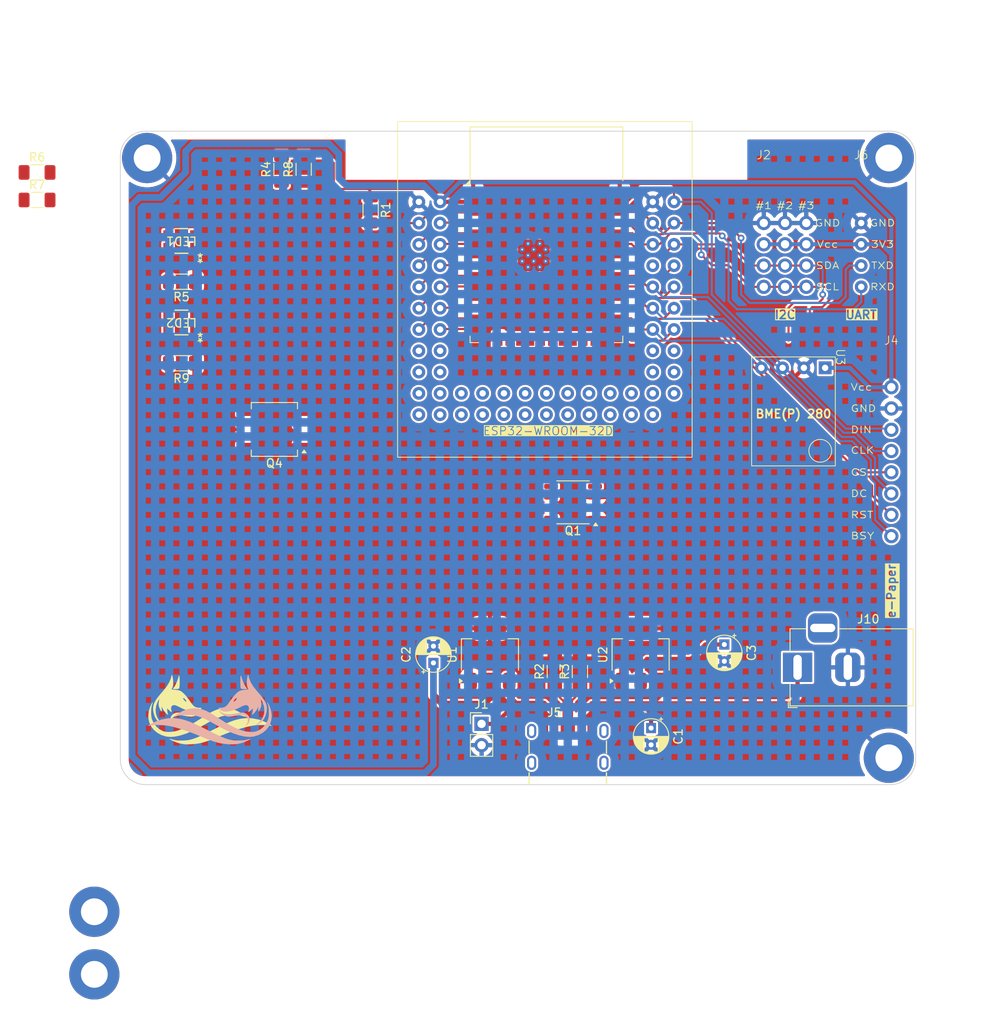
<source format=kicad_pcb>
(kicad_pcb (version 20240108) (generator "pcbnew") (generator_version "8.0")
  (title_block (title "ESP32-WROOM-32D Automation Board") (date "2024-01-15") (rev "v1.10") (company "CEGEP Heritage College") (comment 1 "Alexander Bobkov"))
  (layers (0 "F.Cu" signal) (31 "B.Cu" signal) (34 "B.Paste" user) (35 "F.Paste" user) (36 "B.SilkS" user "B.Silkscreen") (37 "F.SilkS" user "F.Silkscreen") (38 "B.Mask" user) (39 "F.Mask" user) (44 "Edge.Cuts" user))
  (net 0 "")
  (net 1 "/SCL")
  (net 2 "/SDA")
  (net 3 "/BUSY")
  (net 4 "/CLK")
  (net 5 "/DC")
  (net 6 "/CS")
  (net 7 "/DIN")
  (net 8 "/RST")
  (net 9 "unconnected-(J8-IO26-Pad11)")
  (net 10 "unconnected-(J8-IO25-Pad10)")
  (net 11 "/UART-TX")
  (net 12 "unconnected-(J8-IO27-Pad12)")
  (net 13 "unconnected-(J8-IO0-Pad25)")
  (net 14 "+3V3")
  (net 15 "GND")
  (net 16 "+5V")
  (net 17 "unconnected-(J8-IO14-Pad13)")
  (net 18 "unconnected-(J8-IO32-Pad8)")
  (net 19 "unconnected-(J8-IO12-Pad14)")
  (net 20 "unconnected-(J8-IO19-Pad31)")
  (net 21 "Net-(J8-EN)")
  (net 22 "unconnected-(J8-IO33-Pad9)")
  (net 23 "Net-(J7-SENSOR_VP)")
  (net 24 "Net-(J7-SENSOR_VN)")
  (net 25 "/UART-RX")
  (net 26 "OUTPUT_1")
  (net 35 "Net-(J5-CC2)")
  (net 36 "Net-(J5-CC1)")
  (net 37 "VBUS")
  (net 38 "Net-(Q2-D)")
  (net 39 "Net-(Q3-G)")
  (net 40 "V+")
  (net 41 "SOURCE_1")
  (net 42 "Net-(LED1-RED)")
  (net 44 "Net-(LED2-RED)")
  (net 45 "OUTPUT_2")
  (net 46 "SOURCE_2")
  (net 47 "Net-(LED2-GND-Pad4)")
  (net 48 "Net-(LED1-GND-Pad4)")
  (footprint "Resistor_SMD:R_1206_3216Metric_Pad1.30x1.75mm_HandSolder" (layer "F.Cu") (at 48.9 77.7 180)
    (property "Reference" "R9")
    (property "Value" "3k3")
  )
  (footprint "Alexander Footprint Library:B1552_HVK-M" (layer "F.Cu") (at 48.9 63.1 180)
    (property "Reference" "LED1")
    (property "Value" "LED-RED-GREEN-B1552USUG20D")
  )
  (footprint "Alexander Footprint Library:B1552_HVK-M" (layer "F.Cu") (at 48.9 72.833332 180)
    (property "Reference" "LED2")
    (property "Value" "LED-RED-GREEN-B1552USUG20D")
  )
  (footprint "PCM_SL_Mechanical:MountingHole_3.2mm_Pad" (layer "F.Cu") (at 38.492874 143.177874)
    (property "Reference" "H1" (hide yes))
    (property "Value" "MountingHole_M3_3.2mm_Pad")
  )
  (footprint "Resistor_SMD:R_1206_3216Metric_Pad1.30x1.75mm_HandSolder" (layer "F.Cu") (at 93.5 114.5 90)
    (property "Reference" "R2")
    (property "Value" "5k1")
  )
  (footprint "Alexander Footprint Library:MOSFET-NP-SSF6670-SOP-8_3.9x4.9mm" (layer "F.Cu") (at 95.675 94.305 180)
    (property "Reference" "Q1")
    (property "Value" "MOSFET-N-2CH-SSF6670")
  )
  (footprint "Resistor_SMD:R_1206_3216Metric_Pad1.30x1.75mm_HandSolder" (layer "F.Cu") (at 63.5 54.55 90)
    (property "Reference" "R8")
    (property "Value" "3k3")
  )
  (footprint "Capacitor_THT:CP_Radial_D4.0mm_P2.00mm" (layer "F.Cu") (at 113.75 111.277401 -90)
    (property "Reference" "C3")
    (property "Value" "1uF")
  )
  (footprint "Connector_BarrelJack:BarrelJack_Horizontal" (layer "F.Cu") (at 122.5 114 180)
    (property "Reference" "J10")
    (property "Value" "Barrel_Jack")
  )
  (footprint "PCM_SL_Mechanical:MountingHole_3.2mm_Pad" (layer "F.Cu") (at 38.492874 150.653622)
    (property "Reference" "H2" (hide yes))
    (property "Value" "MountingHole_M3_3.2mm_Pad")
  )
  (footprint "PCM_SL_Mechanical:MountingHole_3.2mm_Pad" (layer "F.Cu") (at 133.4 53.2)
    (property "Reference" "H5" (hide yes))
    (property "Value" "MountingHole_M3_3.2mm_Pad")
  )
  (footprint "Resistor_SMD:R_1206_3216Metric_Pad1.30x1.75mm_HandSolder" (layer "F.Cu") (at 96.5 114.5 90)
    (property "Reference" "R3")
    (property "Value" "5k1")
  )
  (footprint "Alexander Footprint Library:Conn_ePaper" (layer "F.Cu") (at 133.7 75.48)
    (property "Reference" "J4")
    (property "Value" "e-Paper")
  )
  (footprint "Resistor_SMD:R_1206_3216Metric_Pad1.30x1.75mm_HandSolder" (layer "F.Cu") (at 31.65 58.21)
    (property "Reference" "R7")
    (property "Value" "3k3")
  )
  (footprint "Alexander Footprint Library:Conn_UART" (layer "F.Cu") (at 130.1 53.34)
    (property "Reference" "J6")
    (property "Value" "UART")
  )
  (footprint "Alexander Footprint Library:Conn_I2C_3" (layer "F.Cu") (at 118.46 53.34)
    (property "Reference" "J2")
    (property "Value" "I2C")
  )
  (footprint "Capacitor_THT:CP_Radial_D4.0mm_P2.00mm" (layer "F.Cu") (at 79 113.4726 90)
    (property "Reference" "C2")
    (property "Value" "1uF")
  )
  (footprint "Resistor_SMD:R_1206_3216Metric_Pad1.30x1.75mm_HandSolder" (layer "F.Cu") (at 31.65 54.92)
    (property "Reference" "R6")
    (property "Value" "3k3")
  )
  (footprint "Resistor_SMD:R_1206_3216Metric_Pad1.30x1.75mm_HandSolder" (layer "F.Cu") (at 60.85 54.55 90)
    (property "Reference" "R4")
    (property "Value" "3k3")
  )
  (footprint "Capacitor_THT:CP_Radial_D4.0mm_P2.00mm" (layer "F.Cu") (at 105 121.25 -90)
    (property "Reference" "C1")
    (property "Value" "1uF")
  )
  (footprint "PCM_SL_Mechanical:MountingHole_3.2mm_Pad" (layer "F.Cu") (at 44.8 53.2)
    (property "Reference" "H5" (hide yes))
    (property "Value" "MountingHole_M3_3.2mm_Pad")
  )
  (footprint "Resistor_SMD:R_1206_3216Metric_Pad1.30x1.75mm_HandSolder" (layer "F.Cu") (at 71.5 59.4 -90)
    (property "Reference" "R1")
    (property "Value" "10K")
  )
  (footprint "Package_TO_SOT_SMD:SOT-223-3_TabPin2" (layer "F.Cu") (at 103.75 112.5 90)
    (property "Reference" "U2")
    (property "Value" "AMS1117-5.0")
  )
  (footprint "Alexander Footprint Library:ESP32-WROOM-Adapter-Socket-Universal" (layer "F.Cu") (at 92.5 66.0525)
    (property "Reference" "J8" (hide yes))
    (property "Value" "~")
  )
  (footprint "Alexander Footprint Library:BME280_BMP280_I2C" (layer "F.Cu") (at 127.01 76.95 -90)
    (property "Reference" "U3")
    (property "Value" "~")
  )
  (footprint "Resistor_SMD:R_1206_3216Metric_Pad1.30x1.75mm_HandSolder" (layer "F.Cu") (at 48.9 67.966666 180)
    (property "Reference" "R5")
    (property "Value" "3k3")
  )
  (footprint "Connector_PinHeader_2.54mm:PinHeader_1x02_P2.54mm_Vertical" (layer "F.Cu") (at 84.75 120.75)
    (property "Reference" "J1")
    (property "Value" "PWR")
  )
  (footprint "Alexander Footprint Library:MOSFET-N-2CH-DMT3020-SO-8" (layer "F.Cu") (at 60 85.6 180)
    (property "Reference" "Q4")
    (property "Value" "MOSFET-N-2CH-DMT3020")
  )
  (footprint "LOGO" (layer "F.Cu") (at 52.371525 119)
    (property "Reference" "G***" (hide yes))
    (property "Value" "LOGO" (hide yes))
  )
  (footprint "PCM_SL_Mechanical:MountingHole_3.2mm_Pad" (layer "F.Cu") (at 133.4 124.8)
    (property "Reference" "H6" (hide yes))
    (property "Value" "MountingHole_M3_3.2mm_Pad")
  )
  (footprint "Alexander Footprint Library:USB-C MOLEX 2171750001" (layer "F.Cu") (at 95.05 128)
    (property "Reference" "J5")
    (property "Value" "USB-C")
  )
  (footprint "Package_TO_SOT_SMD:SOT-223-3_TabPin2" (layer "F.Cu") (at 85.75 112.5 90)
    (property "Reference" "U1")
    (property "Value" "AMS1117-3.3")
  )
  (footprint "LOGO" (layer "B.Cu") (at 52.25 119 180)
    (property "Reference" "G***" (hide yes))
    (property "Value" "LOGO" (hide yes))
  )
  (gr_line (start 136.6 53) (end 136.6 125) (stroke (width 0.1)) (layer "Edge.Cuts"))
  (gr_arc (start 133.6 50) (mid 135.72132 50.87868) (end 136.6 53) (stroke (width 0.1)) (layer "Edge.Cuts"))
  (gr_line (start 133.6 128) (end 44.6 128) (stroke (width 0.1)) (layer "Edge.Cuts"))
  (gr_arc (start 44.6 128) (mid 42.47868 127.12132) (end 41.6 125) (stroke (width 0.1)) (layer "Edge.Cuts"))
  (gr_arc (start 136.6 125) (mid 135.72132 127.12132) (end 133.6 128) (stroke (width 0.1)) (layer "Edge.Cuts"))
  (gr_arc (start 41.6 53) (mid 42.47868 50.87868) (end 44.6 50) (stroke (width 0.1)) (layer "Edge.Cuts"))
  (gr_line (start 41.6 125) (end 41.6 53) (stroke (width 0.1)) (layer "Edge.Cuts"))
  (gr_line (start 44.6 50) (end 133.6 50) (stroke (width 0.1)) (layer "Edge.Cuts"))
  (segment (start 126.5 69.25) (end 126.5 69.957106) (width 0.25) (layer "F.Cu") (net 1))
  (segment (start 114.25 66) (end 116.83 68.58) (width 0.25) (layer "F.Cu") (net 1))
  (segment (start 116.83 68.58) (end 118.46 68.58) (width 0.25) (layer "F.Cu") (net 1))
  (segment (start 112.25 66) (end 114.25 66) (width 0.25) (layer "F.Cu") (net 1))
  (segment (start 124.25 71) (end 123.96 71.29) (width 0.25) (layer "F.Cu") (net 1))
  (segment (start 123.96 71.29) (end 123.96 75) (width 0.25) (layer "F.Cu") (net 1))
  (segment (start 103.87 59.6425) (end 105.2 60.9725) (width 0.25) (layer "F.Cu") (net 1))
  (segment (start 101.25 59.6425) (end 103.87 59.6425) (width 0.25) (layer "F.Cu") (net 1))
  (segment (start 121 68.58) (end 123.54 68.58) (width 0.25) (layer "F.Cu") (net 1))
  (segment (start 125.457106 71) (end 124.25 71) (width 0.25) (layer "F.Cu") (net 1))
  (segment (start 125.83 68.58) (end 126.5 69.25) (width 0.25) (layer "F.Cu") (net 1))
  (segment (start 126.5 69.957106) (end 125.457106 71) (width 0.25) (layer "F.Cu") (net 1))
  (segment (start 123.54 68.58) (end 125.83 68.58) (width 0.25) (layer "F.Cu") (net 1))
  (segment (start 111 64.75) (end 112.25 66) (width 0.25) (layer "F.Cu") (net 1))
  (segment (start 118.46 68.58) (end 121 68.58) (width 0.25) (layer "F.Cu") (net 1))
  (via (at 111 64.75) (size 0.8) (drill 0.4) (layers "F.Cu" "B.Cu") (net 1))
  (segment (start 106.4775 62.25) (end 110 62.25) (width 0.25) (layer "B.Cu") (net 1))
  (segment (start 110 62.25) (end 111 63.25) (width 0.25) (layer "B.Cu") (net 1))
  (segment (start 105.2 60.9725) (end 106.4775 62.25) (width 0.25) (layer "B.Cu") (net 1))
  (segment (start 111 63.25) (end 111 64.75) (width 0.25) (layer "B.Cu") (net 1))
  (segment (start 102.6525 63.4525) (end 104 64.8) (width 0.25) (layer "F.Cu") (net 2))
  (segment (start 125.5 70) (end 125 70.5) (width 0.25) (layer "F.Cu") (net 2))
  (segment (start 118.46 66.04) (end 121 66.04) (width 0.25) (layer "F.Cu") (net 2))
  (segment (start 122 70.5) (end 121.42 71.08) (width 0.25) (layer "F.Cu") (net 2))
  (segment (start 125 70.5) (end 122 70.5) (width 0.25) (layer "F.Cu") (net 2))
  (segment (start 106.4525 64.8) (end 107.74 63.5125) (width 0.25) (layer "F.Cu") (net 2))
  (segment (start 116.915 66.04) (end 118.46 66.04) (width 0.25) (layer "F.Cu") (net 2))
  (segment (start 114.3875 63.5125) (end 116.915 66.04) (width 0.25) (layer "F.Cu") (net 2))
  (segment (start 101.25 63.4525) (end 102.6525 63.4525) (width 0.25) (layer "F.Cu") (net 2))
  (segment (start 104 64.8) (end 106.4525 64.8) (width 0.25) (layer "F.Cu") (net 2))
  (segment (start 107.74 63.5125) (end 114.3875 63.5125) (width 0.25) (layer "F.Cu") (net 2))
  (segment (start 123.54 66.04) (end 121 66.04) (width 0.25) (layer "F.Cu") (net 2))
  (segment (start 121.42 71.08) (end 121.42 75) (width 0.25) (layer "F.Cu") (net 2))
  (segment (start 125.5 69.5) (end 125.5 70) (width 0.25) (layer "F.Cu") (net 2))
  (via (at 125.5 69.5) (size 0.8) (drill 0.4) (layers "F.Cu" "B.Cu") (net 2))
  (segment (start 125.04 66.04) (end 123.54 66.04) (width 0.25) (layer "B.Cu") (net 2))
  (segment (start 125.5 69.5) (end 125.5 66.5) (width 0.25) (layer "B.Cu") (net 2))
  (segment (start 125.5 66.5) (end 125.04 66.04) (width 0.25) (layer "B.Cu") (net 2))
  (segment (start 101.25 72.3425) (end 102.6425 72.3425) (width 0.25) (layer "F.Cu") (net 3))
  (segment (start 103.9725 73.6725) (end 105.2 73.6725) (width 0.25) (layer "F.Cu") (net 3))
  (segment (start 102.6425 72.3425) (end 103.9725 73.6725) (width 0.25) (layer "F.Cu") (net 3))
  (segment (start 131.75 96.39) (end 131.75 92.017107) (width 0.25) (layer "B.Cu") (net 3))
  (segment (start 131.25 89.25) (end 129 87) (width 0.25) (layer "B.Cu") (net 3))
  (segment (start 106.5275 75) (end 105.2 73.6725) (width 0.25) (layer "B.Cu") (net 3))
  (segment (start 131.25 91.517107) (end 131.25 89.25) (width 0.25) (layer "B.Cu") (net 3))
  (segment (start 131.75 92.017107) (end 131.25 91.517107) (width 0.25) (layer "B.Cu") (net 3))
  (segment (start 127.585787 87) (end 115.585787 75) (width 0.25) (layer "B.Cu") (net 3))
  (segment (start 129 87) (end 127.585787 87) (width 0.25) (layer "B.Cu") (net 3))
  (segment (start 133.7 98.34) (end 131.75 96.39) (width 0.25) (layer "B.Cu") (net 3))
  (segment (start 115.585787 75) (end 106.5275 75) (width 0.25) (layer "B.Cu") (net 3))
  (segment (start 103.2625 67.2625) (end 104.5925 68.5925) (width 0.25) (layer "F.Cu") (net 4))
  (segment (start 101.25 67.2625) (end 103.2625 67.2625) (width 0.25) (layer "F.Cu") (net 4))
  (segment (start 104.5925 68.5925) (end 105.2 68.5925) (width 0.25) (layer "F.Cu") (net 4))
  (segment (start 131.637106 88.18) (end 129.457106 86) (width 0.25) (layer "B.Cu") (net 4))
  (segment (start 133.7 88.18) (end 131.637106 88.18) (width 0.25) (layer "B.Cu") (net 4))
  (segment (start 128 86) (end 111.8 69.8) (width 0.25) (layer "B.Cu") (net 4))
  (segment (start 106.4075 69.8) (end 105.2 68.5925) (width 0.25) (layer "B.Cu") (net 4))
  (segment (start 111.8 69.8) (end 106.4075 69.8) (width 0.25) (layer "B.Cu") (net 4))
  (segment (start 129.457106 86) (end 128 86) (width 0.25) (layer "B.Cu") (net 4))
  (segment (start 101.25 69.8025) (end 103.3025 69.8025) (width 0.25) (layer "F.Cu") (net 5))
  (segment (start 104.6325 71.1325) (end 105.2 71.1325) (width 0.25) (layer "F.Cu") (net 5))
  (segment (start 103.3025 69.8025) (end 104.6325 71.1325) (width 0.25) (layer "F.Cu") (net 5))
  (segment (start 131.75 91.31) (end 131.75 89) (width 0.25) (layer "B.Cu") (net 5))
  (segment (start 131.75 89) (end 129.25 86.5) (width 0.25) (layer "B.Cu") (net 5))
  (segment (start 106.4675 72.4) (end 105.2 71.1325) (width 0.25) (layer "B.Cu") (net 5))
  (segment (start 133.7 93.26) (end 131.75 91.31) (width 0.25) (layer "B.Cu") (net 5))
  (segment (start 129.25 86.5) (end 127.792893 86.5) (width 0.25) (layer "B.Cu") (net 5))
  (segment (start 127.792893 86.5) (end 113.692893 72.4) (width 0.25) (layer "B.Cu") (net 5))
  (segment (start 113.692893 72.4) (end 106.4675 72.4) (width 0.25) (layer "B.Cu") (net 5))
  (segment (start 109.7 69.9) (end 106.3 69.9) (width 0.25) (layer "F.Cu") (net 6))
  (segment (start 130.52 90.72) (end 109.7 69.9) (width 0.25) (layer "F.Cu") (net 6))
  (segment (start 103.2325 68.5325) (end 104.6 69.9) (width 0.25) (layer "F.Cu") (net 6))
  (segment (start 101.25 68.5325) (end 103.2325 68.5325) (width 0.25) (layer "F.Cu") (net 6))
  (segment (start 104.6 69.9) (end 106.4325 69.9) (width 0.25) (layer "F.Cu") (net 6))
  (segment (start 133.7 90.72) (end 130.52 90.72) (width 0.25) (layer "F.Cu") (net 6))
  (segment (start 106.4325 69.9) (end 107.74 68.5925) (width 0.25) (layer "F.Cu") (net 6))
  (segment (start 102.2275 58.3725) (end 103.8 56.8) (width 0.25) (layer "F.Cu") (net 7))
  (segment (start 107.74 57.24) (end 107.74 58.4325) (width 0.25) (layer "F.Cu") (net 7))
  (segment (start 107.3 56.8) (end 107.74 57.24) (width 0.25) (layer "F.Cu") (net 7))
  (segment (start 101.25 58.3725) (end 102.2275 58.3725) (width 0.25) (layer "F.Cu") (net 7))
  (segment (start 103.8 56.8) (end 107.3 56.8) (width 0.25) (layer "F.Cu") (net 7))
  (segment (start 110.9325 58.4325) (end 107.74 58.4325) (width 0.25) (layer "B.Cu") (net 7))
  (segment (start 112.25 59.75) (end 110.9325 58.4325) (width 0.25) (layer "B.Cu") (net 7))
  (segment (start 133.56 85.5) (end 128.25 85.5) (width 0.25) (layer "B.Cu") (net 7))
  (segment (start 128.25 85.5) (end 112.25 69.5) (width 0.25) (layer "B.Cu") (net 7))
  (segment (start 133.7 85.64) (end 133.56 85.5) (width 0.25) (layer "B.Cu") (net 7))
  (segment (start 112.25 69.5) (end 112.25 59.75) (width 0.25) (layer "B.Cu") (net 7))
  (segment (start 131.4 93.5) (end 131.4 92.307106) (width 0.25) (layer "F.Cu") (net 8))
  (segment (start 102.8725 71.0725) (end 104.2 72.4) (width 0.25) (layer "F.Cu") (net 8))
  (segment (start 133.7 95.8) (end 131.4 93.5) (width 0.25) (layer "F.Cu") (net 8))
  (segment (start 131.4 92.307106) (end 111.492894 72.4) (width 0.25) (layer "F.Cu") (net 8))
  (segment (start 111.492894 72.4) (end 106.4725 72.4) (width 0.25) (layer "F.Cu") (net 8))
  (segment (start 104.2 72.4) (end 106.4725 72.4) (width 0.25) (layer "F.Cu") (net 8))
  (segment (start 101.25 71.0725) (end 102.8725 71.0725) (width 0.25) (layer "F.Cu") (net 8))
  (segment (start 106.4725 72.4) (end 107.74 71.1325) (width 0.25) (layer "F.Cu") (net 8))
  (segment (start 78.59 69.8025) (end 77.26 71.1325) (width 0.25) (layer "F.Cu") (net 9))
  (segment (start 83.75 69.8025) (end 78.59 69.8025) (width 0.25) (layer "F.Cu") (net 9))
  (segment (start 83.75 68.5325) (end 79.86 68.5325) (width 0.25) (layer "F.Cu") (net 10))
  (segment (start 79.86 68.5325) (end 79.8 68.5925) (width 0.25) (layer "F.Cu") (net 10))
  (segment (start 102.25 60.9125) (end 103.6375 62.3) (width 0.25) (layer "F.Cu") (net 11))
  (segment (start 106.4125 62.3) (end 107.74 60.9725) (width 0.25) (layer "F.Cu") (net 11))
  (segment (start 103.6375 62.3) (end 106.4125 62.3) (width 0.25) (layer "F.Cu") (net 11))
  (segment (start 115.75 62.75) (end 113.9725 60.9725) (width 0.25) (layer "F.Cu") (net 11))
  (segment (start 101.25 60.9125) (end 102.25 60.9125) (width 0.25) (layer "F.Cu") (net 11))
  (segment (start 113.9725 60.9725) (end 107.74 60.9725) (width 0.25) (layer "F.Cu") (net 11))
  (via (at 115.75 62.75) (size 0.8) (drill 0.4) (layers "F.Cu" "B.Cu") (net 11))
  (segment (start 115.75 69.5) (end 116.75 70.5) (width 0.25) (layer "B.Cu") (net 11))
  (segment (start 127.5 70.5) (end 128.25 69.75) (width 0.25) (layer "B.Cu") (net 11))
  (segment (start 128.25 66.5) (end 128.71 66.04) (width 0.25) (layer "B.Cu") (net 11))
  (segment (start 116.75 70.5) (end 127.5 70.5) (width 0.25) (layer "B.Cu") (net 11))
  (segment (start 128.25 69.75) (end 128.25 66.5) (width 0.25) (layer "B.Cu") (net 11))
  (segment (start 128.71 66.04) (end 130.1 66.04) (width 0.25) (layer "B.Cu") (net 11))
  (segment (start 115.75 62.75) (end 115.75 69.5) (width 0.25) (layer "B.Cu") (net 11))
  (segment (start 79.86 71.0725) (end 79.8 71.1325) (width 0.25) (layer "F.Cu") (net 12))
  (segment (start 83.75 71.0725) (end 79.86 71.0725) (width 0.25) (layer "F.Cu") (net 12))
  (segment (start 106.4125 75) (end 107.74 73.6725) (width 0.25) (layer "F.Cu") (net 13))
  (segment (start 101.25 73.6125) (end 102.6375 75) (width 0.25) (layer "F.Cu") (net 13))
  (segment (start 102.6375 75) (end 106.4125 75) (width 0.25) (layer "F.Cu") (net 13))
  (segment (start 71.5 57.85) (end 71.5 57.2) (width 0.25) (layer "F.Cu") (net 14))
  (segment (start 83.69 58.4325) (end 83.75 58.3725) (width 0.5) (layer "F.Cu") (net 14))
  (segment (start 80.1 118.4) (end 79 117.3) (width 0.8) (layer "F.Cu") (net 14))
  (segment (start 67.1 56.1) (end 67.9 56.9) (width 0.25) (layer "F.Cu") (net 14))
  (segment (start 67.1 53.8) (end 67.1 56.1) (width 0.25) (layer "F.Cu") (net 14))
  (segment (start 67.9 56.9) (end 71.2 56.9) (width 0.25) (layer "F.Cu") (net 14))
  (segment (start 71.2 56.9) (end 78.2675 56.9) (width 0.25) (layer "F.Cu") (net 14))
  (segment (start 78.2675 56.9) (end 79.8 58.4325) (width 0.25) (layer "F.Cu") (net 14))
  (segment (start 85.75 117.65) (end 85 118.4) (width 0.8) (layer "F.Cu") (net 14))
  (segment (start 85.75 115.65) (end 85.75 117.65) (width 0.8) (layer "F.Cu") (net 14))
  (segment (start 71.5 57.2) (end 71.2 56.9) (width 0.25) (layer "F.Cu") (net 14))
  (segment (start 85 118.4) (end 80.1 118.4) (width 0.8) (layer "F.Cu") (net 14))
  (segment (start 79 117.3) (end 79 113.4726) (width 0.8) (layer "F.Cu") (net 14))
  (segment (start 63.5 53) (end 66.3 53) (width 0.25) (layer "F.Cu") (net 14))
  (segment (start 66.3 53) (end 67.1 53.8) (width 0.25) (layer "F.Cu") (net 14))
  (segment (start 60.85 53) (end 63.5 53) (width 0.25) (layer "F.Cu") (net 14))
  (segment (start 79.8 58.4325) (end 83.69 58.4325) (width 0.5) (layer "F.Cu") (net 14))
  (segment (start 45 126.6) (end 43 124.6) (width 0.8) (layer "B.Cu") (net 14))
  (segment (start 82.1325 56.1) (end 129.3 56.1) (width 0.5) (layer "B.Cu") (net 14))
  (segment (start 133.7 76) (end 133.7 64.4) (width 0.5) (layer "B.Cu") (net 14))
  (segment (start 133.7 64.7) (end 132.5 63.5) (width 0.5) (layer "B.Cu") (net 14))
  (segment (start 132.5 63.5) (end 130.1 63.5) (width 0.5) (layer "B.Cu") (net 14))
  (segment (start 129.3 56.1) (end 133.7 60.5) (width 0.5) (layer "B.Cu") (net 14))
  (segment (start 133.7 80.56) (end 133.7 76) (width 0.5) (layer "B.Cu") (net 14))
  (segment (start 133.7 80.56) (end 131.06 80.56) (width 0.5) (layer "B.Cu") (net 14))
  (segment (start 133.7 60.5) (end 133.7 64.4) (width 0.5) (layer "B.Cu") (net 14))
  (segment (start 79 113.4726) (end 79 125.6) (width 0.8) (layer "B.Cu") (net 14))
  (segment (start 77.8675 56.5) (end 79.8 58.4325) (width 0.8) (layer "B.Cu") (net 14))
  (segment (start 49.4 52.4) (end 50.3 51.5) (width 0.8) (layer "B.Cu") (net 14))
  (segment (start 43 124.6) (end 43 58.8) (width 0.8) (layer "B.Cu") (net 14))
  (segment (start 68.631814 56.5) (end 77.8675 56.5) (width 0.8) (layer "B.Cu") (net 14))
  (segment (start 43.9 57.9) (end 46.4 57.9) (width 0.8) (layer "B.Cu") (net 14))
  (segment (start 79 125.6) (end 78 126.6) (width 0.8) (layer "B.Cu") (net 14))
  (segment (start 78 126.6) (end 45 126.6) (width 0.8) (layer "B.Cu") (net 14))
  (segment (start 128.75 78.25) (end 125.79 78.25) (width 0.5) (layer "B.Cu") (net 14))
  (segment (start 121 63.5) (end 118.46 63.5) (width 0.5) (layer "B.Cu") (net 14))
  (segment (start 67.7 52.7) (end 67.7 55.568186) (width 0.8) (layer "B.Cu") (net 14))
  (segment (start 46.4 57.9) (end 49.4 54.9) (width 0.8) (layer "B.Cu") (net 14))
  (segment (start 79.8 58.4325) (end 82.1325 56.1) (width 0.5) (layer "B.Cu") (net 14))
  (segment (start 49.4 54.9) (end 49.4 52.4) (width 0.8) (layer "B.Cu") (net 14))
  (segment (start 50.3 51.5) (end 66.5 51.5) (width 0.8) (layer "B.Cu") (net 14))
  (segment (start 43 58.8) (end 43.9 57.9) (width 0.8) (layer "B.Cu") (net 14))
  (segment (start 67.7 55.568186) (end 68.631814 56.5) (width 0.8) (layer "B.Cu") (net 14))
  (segment (start 131.06 80.56) (end 128.75 78.25) (width 0.5) (layer "B.Cu") (net 14))
  (segment (start 123.54 63.5) (end 121 63.5) (width 0.5) (layer "B.Cu") (net 14))
  (segment (start 66.5 51.5) (end 67.7 52.7) (width 0.8) (layer "B.Cu") (net 14))
  (segment (start 130.1 63.5) (end 123.54 63.5) (width 0.5) (layer "B.Cu") (net 14))
  (segment (start 111.472599 111.277401) (end 113.75 111.277401) (width 0.5) (layer "F.Cu") (net 16))
  (segment (start 109.75 113) (end 111.472599 111.277401) (width 0.5) (layer "F.Cu") (net 16))
  (segment (start 104.5 113) (end 109.75 113) (width 0.5) (layer "F.Cu") (net 16))
  (segment (start 103.75 113.75) (end 104.5 113) (width 0.5) (layer "F.Cu") (net 16))
  (segment (start 103.75 115.65) (end 103.75 113.75) (width 0.5) (layer "F.Cu") (net 16))
  (segment (start 83.75 72.3425) (end 78.59 72.3425) (width 0.25) (layer "F.Cu") (net 17))
  (segment (start 78.59 72.3425) (end 77.26 73.6725) (width 0.25) (layer "F.Cu") (net 17))
  (segment (start 79.86 65.9925) (end 79.8 66.0525) (width 0.25) (layer "F.Cu") (net 18))
  (segment (start 83.75 65.9925) (end 79.86 65.9925) (width 0.25) (layer "F.Cu") (net 18))
  (segment (start 79.86 73.6125) (end 79.8 73.6725) (width 0.25) (layer "F.Cu") (net 19))
  (segment (start 83.75 73.6125) (end 79.86 73.6125) (width 0.25) (layer "F.Cu") (net 19))
  (segment (start 106.4925 67.3) (end 107.74 66.0525) (width 0.25) (layer "F.Cu") (net 20))
  (segment (start 104.3 67.3) (end 106.4925 67.3) (width 0.25) (layer "F.Cu") (net 20))
  (segment (start 101.25 65.9925) (end 102.9925 65.9925) (width 0.25) (layer "F.Cu") (net 20))
  (segment (start 102.9925 65.9925) (end 104.3 67.3) (width 0.25) (layer "F.Cu") (net 20))
  (segment (start 78.5325 59.7) (end 77.26 60.9725) (width 0.25) (layer "F.Cu") (net 21))
  (segment (start 77.26 60.9725) (end 71.5225 60.9725) (width 0.25) (layer "F.Cu") (net 21))
  (segment (start 83.75 59.6425) (end 83.6925 59.7) (width 0.25) (layer "F.Cu") (net 21))
  (segment (start 83.6925 59.7) (end 78.5325 59.7) (width 0.25) (layer "F.Cu") (net 21))
  (segment (start 71.5225 60.9725) (end 71.5 60.95) (width 0.25) (layer "F.Cu") (net 21))
  (segment (start 83.75 67.2625) (end 78.59 67.2625) (width 0.25) (layer "F.Cu") (net 22))
  (segment (start 78.59 67.2625) (end 77.26 68.5925) (width 0.25) (layer "F.Cu") (net 22))
  (segment (start 79.86 60.9125) (end 79.8 60.9725) (width 0.25) (layer "F.Cu") (net 23))
  (segment (start 83.75 60.9125) (end 79.86 60.9125) (width 0.25) (layer "F.Cu") (net 23))
  (segment (start 78.59 62.1825) (end 77.26 63.5125) (width 0.25) (layer "F.Cu") (net 24))
  (segment (start 83.75 62.1825) (end 78.59 62.1825) (width 0.25) (layer "F.Cu") (net 24))
  (segment (start 102.79237 62.1825) (end 101.25 62.1825) (width 0.25) (layer "F.Cu") (net 25))
  (segment (start 105.9875 63.5125) (end 105.2 63.5125) (width 0.25) (layer "F.Cu") (net 25))
  (segment (start 107.3 62.2) (end 105.9875 63.5125) (width 0.25) (layer "F.Cu") (net 25))
  (segment (start 105.2 63.5125) (end 104.12237 63.5125) (width 0.25) (layer "F.Cu") (net 25))
  (segment (start 104.12237 63.5125) (end 102.79237 62.1825) (width 0.25) (layer "F.Cu") (net 25))
  (segment (start 113.2 62.2) (end 113.5 62.5) (width 0.25) (layer "F.Cu") (net 25))
  (segment (start 107.3 62.2) (end 113.2 62.2) (width 0.25) (layer "F.Cu") (net 25))
  (via (at 113.5 62.5) (size 0.8) (drill 0.4) (layers "F.Cu" "B.Cu") (net 25))
  (segment (start 114.25 70.25) (end 115.25 71.25) (width 0.25) (layer "B.Cu") (net 25))
  (segment (start 115.25 71.25) (end 129.25 71.25) (width 0.25) (layer "B.Cu") (net 25))
  (segment (start 113.5 62.5) (end 114.25 63.25) (width 0.25) (layer "B.Cu") (net 25))
  (segment (start 129.25 71.25) (end 130.1 70.4) (width 0.25) (layer "B.Cu") (net 25))
  (segment (start 114.25 63.25) (end 114.25 70.25) (width 0.25) (layer "B.Cu") (net 25))
  (segment (start 130.1 70.4) (end 130.1 68.58) (width 0.25) (layer "B.Cu") (net 25))
  (segment (start 79.86 63.4525) (end 79.8 63.5125) (width 0.25) (layer "F.Cu") (net 26))
  (segment (start 83.75 63.4525) (end 79.86 63.4525) (width 0.25) (layer "F.Cu") (net 26))
  (segment (start 96.5 117) (end 96.5 116.05) (width 0.25) (layer "F.Cu") (net 35))
  (segment (start 95.55 117.95) (end 96.5 117) (width 0.25) (layer "F.Cu") (net 35))
  (segment (start 95.55 121.52) (end 95.55 117.95) (width 0.25) (layer "F.Cu") (net 35))
  (segment (start 94.55 121.52) (end 94.55 118.05) (width 0.25) (layer "F.Cu") (net 36))
  (segment (start 94.55 118.05) (end 93.5 117) (width 0.25) (layer "F.Cu") (net 36))
  (segment (start 93.5 117) (end 93.5 116.05) (width 0.25) (layer "F.Cu") (net 36))
  (segment (start 86.4 120.75) (end 88.9 118.25) (width 0.5) (layer "F.Cu") (net 37))
  (segment (start 105.2 118.3) (end 106.05 117.45) (width 0.5) (layer "F.Cu") (net 37))
  (segment (start 96.57 123.43) (end 96.25 123.75) (width 0.5) (layer "F.Cu") (net 37))
  (segment (start 94 123.75) (end 93.53 123.28) (width 0.5) (layer "F.Cu") (net 37))
  (segment (start 93.53 121.52) (end 93.53 119.53) (width 0.5) (layer "F.Cu") (net 37))
  (segment (start 103.8 118.3) (end 105 119.5) (width 0.5) (layer "F.Cu") (net 37))
  (segment (start 102.7 118.3) (end 103.8 118.3) (width 0.5) (layer "F.Cu") (net 37))
  (segment (start 96.57 121.52) (end 96.57 123.43) (width 0.5) (layer "F.Cu") (net 37))
  (segment (start 105.2 118.3) (end 121.7 118.3) (width 0.5) (layer "F.Cu") (net 37))
  (segment (start 84.75 120.75) (end 86.4 120.75) (width 0.5) (layer "F.Cu") (net 37))
  (segment (start 122.5 117.5) (end 122.5 114) (width 0.5) (layer "F.Cu") (net 37))
  (segment (start 96.57 119.63) (end 97.9 118.3) (width 0.5) (layer "F.Cu") (net 37))
  (segment (start 106.05 117.45) (end 106.05 115.65) (width 0.5) (layer "F.Cu") (net 37))
  (segment (start 96.25 123.75) (end 94 123.75) (width 0.5) (layer "F.Cu") (net 37))
  (segment (start 93.53 119.53) (end 92.25 118.25) (width 0.5) (layer "F.Cu") (net 37))
  (segment (start 105 119.5) (end 105 121.25) (width 0.5) (layer "F.Cu") (net 37))
  (segment (start 97.9 118.3) (end 102.7 118.3) (width 0.5) (layer "F.Cu") (net 37))
  (segment (start 121.7 118.3) (end 122.5 117.5) (width 0.5) (layer "F.Cu") (net 37))
  (segment (start 93.53 123.28) (end 93.53 121.52) (width 0.5) (layer "F.Cu") (net 37))
  (segment (start 88.9 118.25) (end 88.05 117.4) (width 0.5) (layer "F.Cu") (net 37))
  (segment (start 88.05 117.4) (end 88.05 115.65) (width 0.5) (layer "F.Cu") (net 37))
  (segment (start 92.25 118.25) (end 88.9 118.25) (width 0.5) (layer "F.Cu") (net 37))
  (segment (start 96.57 121.52) (end 96.57 119.63) (width 0.5) (layer "F.Cu") (net 37))
  (segment (start 102.7 118.3) (end 105.2 118.3) (width 0.5) (layer "F.Cu") (net 37))
  (segment (start 78.59 64.7225) (end 77.26 66.0525) (width 0.25) (layer "F.Cu") (net 45))
  (segment (start 83.75 64.7225) (end 78.59 64.7225) (width 0.25) (layer "F.Cu") (net 45))
  (zone (net 15) (net_name "GND") (layer "F.Cu") (name "GND") (priority 1) (connect_pads (clearance 0.25)) (min_thickness 0.25) (fill yes (thermal_gap 0.5) (thermal_bridge_width 0.5))
    (polygon (pts (xy 41.2 49.9) (xy 137.1 50) (xy 137 128.9) (xy 41.2 129)))
  )
  (zone (net 15) (net_name "GND") (layer "B.Cu") (name "GND") (connect_pads (clearance 0.25)) (min_thickness 0.25) (fill yes (mode hatch) (thermal_gap 0.5) (thermal_bridge_width 0.5) (island_removal_mode 1) (island_area_min 10) (hatch_thickness 1) (hatch_gap 0.7) (hatch_orientation 0) (hatch_border_algorithm hatch_thickness) (hatch_min_hole_area 0.3))
    (polygon (pts (xy 41.6 50) (xy 137 50) (xy 137 128.9) (xy 41.5 128.7) (xy 41.2 50.7)))
  )
)
</source>
